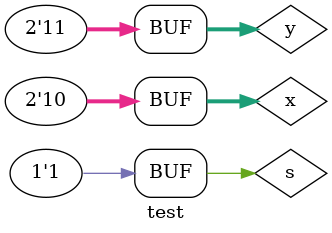
<source format=v>
`timescale 1ns / 1ps


module test(

    );
    reg [1:0] x, y;
        reg s;
        wire [1:0] m;
        
        lab1_3_2 DUT (.x(x), .y(y), .s(s), .m(m));
        
     
        initial
        begin
          x = 0; y = 0; s = 0;
          #10 x = 1;
          #10 y = 1;
          #10 x = 3; y = 0;
          #10 x = 2; y = 3;
          #10 s = 1;
          #10 x = 1;
          #10 y = 1;
          #10 x = 3; y = 0;
          #10 x = 2; y = 3;
        #20;
        end
        
endmodule

</source>
